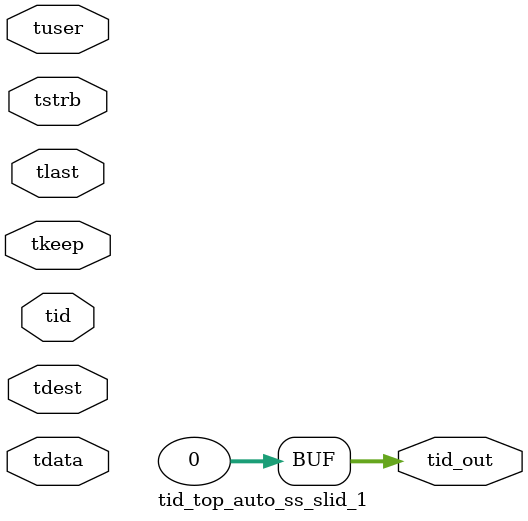
<source format=v>


`timescale 1ps/1ps

module tid_top_auto_ss_slid_1 #
(
parameter C_S_AXIS_TID_WIDTH   = 1,
parameter C_S_AXIS_TUSER_WIDTH = 0,
parameter C_S_AXIS_TDATA_WIDTH = 0,
parameter C_S_AXIS_TDEST_WIDTH = 0,
parameter C_M_AXIS_TID_WIDTH   = 32
)
(
input  [(C_S_AXIS_TID_WIDTH   == 0 ? 1 : C_S_AXIS_TID_WIDTH)-1:0       ] tid,
input  [(C_S_AXIS_TDATA_WIDTH == 0 ? 1 : C_S_AXIS_TDATA_WIDTH)-1:0     ] tdata,
input  [(C_S_AXIS_TUSER_WIDTH == 0 ? 1 : C_S_AXIS_TUSER_WIDTH)-1:0     ] tuser,
input  [(C_S_AXIS_TDEST_WIDTH == 0 ? 1 : C_S_AXIS_TDEST_WIDTH)-1:0     ] tdest,
input  [(C_S_AXIS_TDATA_WIDTH/8)-1:0 ] tkeep,
input  [(C_S_AXIS_TDATA_WIDTH/8)-1:0 ] tstrb,
input                                                                    tlast,
output [(C_M_AXIS_TID_WIDTH   == 0 ? 1 : C_M_AXIS_TID_WIDTH)-1:0       ] tid_out
);

assign tid_out = {1'b0};

endmodule


</source>
